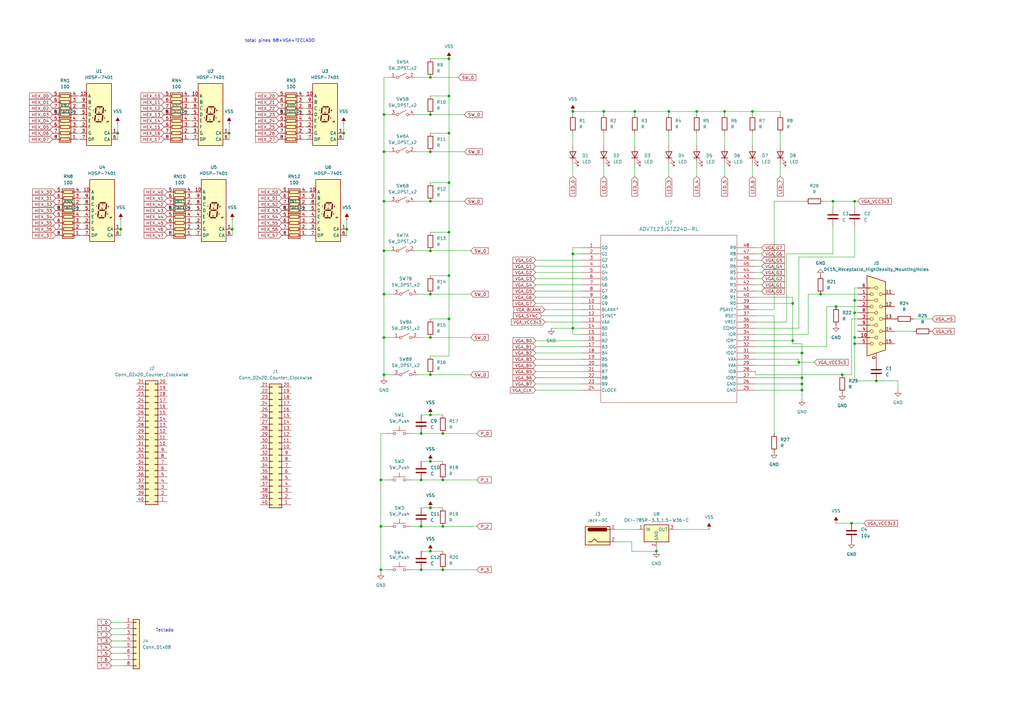
<source format=kicad_sch>
(kicad_sch (version 20231120) (generator "eeschema") (generator_version "8.0")
  (paper "A3")
  (junction (at 93.98 54.61))
  (junction (at 342.9 125.73))
  (junction (at 181.61 196.85))
  (junction (at 176.53 31.75))
  (junction (at 172.72 215.9))
  (junction (at 181.61 177.8))
  (junction (at 234.95 45.72))
  (junction (at 350.52 138.43))
  (junction (at 184.15 113.03))
  (junction (at 181.61 215.9))
  (junction (at 172.72 196.85))
  (junction (at 172.72 233.68))
  (junction (at 184.15 54.61))
  (junction (at 247.65 45.72))
  (junction (at 269.24 226.06))
  (junction (at 350.52 123.19))
  (junction (at 176.53 170.18))
  (junction (at 297.18 45.72))
  (junction (at 172.72 177.8))
  (junction (at 336.55 120.65))
  (junction (at 341.63 82.55))
  (junction (at 345.44 153.67))
  (junction (at 184.15 74.93))
  (junction (at 176.53 82.55))
  (junction (at 184.15 95.25))
  (junction (at 260.35 45.72))
  (junction (at 181.61 233.68))
  (junction (at 327.66 148.59))
  (junction (at 176.53 62.23))
  (junction (at 176.53 226.06))
  (junction (at 157.48 46.99))
  (junction (at 176.53 208.28))
  (junction (at 350.52 82.55))
  (junction (at 325.12 124.46))
  (junction (at 184.15 39.37))
  (junction (at 142.24 93.98))
  (junction (at 49.53 93.98))
  (junction (at 325.12 139.7))
  (junction (at 350.52 128.27))
  (junction (at 95.25 93.98))
  (junction (at 328.93 157.48))
  (junction (at 328.93 154.94))
  (junction (at 157.48 62.23))
  (junction (at 157.48 120.65))
  (junction (at 157.48 82.55))
  (junction (at 328.93 160.02))
  (junction (at 176.53 46.99))
  (junction (at 156.21 215.9))
  (junction (at 234.95 134.62))
  (junction (at 176.53 120.65))
  (junction (at 184.15 24.13))
  (junction (at 328.93 144.78))
  (junction (at 157.48 138.43))
  (junction (at 156.21 233.68))
  (junction (at 359.41 156.21))
  (junction (at 176.53 189.23))
  (junction (at 308.61 45.72))
  (junction (at 184.15 130.81))
  (junction (at 349.25 214.63))
  (junction (at 176.53 138.43))
  (junction (at 48.26 54.61))
  (junction (at 176.53 102.87))
  (junction (at 157.48 102.87))
  (junction (at 285.75 45.72))
  (junction (at 274.32 45.72))
  (junction (at 234.95 104.14))
  (junction (at 350.52 140.97))
  (junction (at 156.21 196.85))
  (junction (at 176.53 153.67))
  (junction (at 157.48 153.67))
  (junction (at 140.97 54.61))
  (wire (pts (xy 140.97 54.61) (xy 140.97 57.15)))
  (wire (pts (xy 309.88 142.24) (xy 339.09 142.24)))
  (wire (pts (xy 31.75 41.91) (xy 33.02 41.91)))
  (wire (pts (xy 309.88 119.38) (xy 312.42 119.38)))
  (wire (pts (xy 78.74 78.74) (xy 80.01 78.74)))
  (wire (pts (xy 172.72 170.18) (xy 176.53 170.18)))
  (wire (pts (xy 156.21 233.68) (xy 158.75 233.68)))
  (wire (pts (xy 219.71 116.84) (xy 238.76 116.84)))
  (wire (pts (xy 48.26 54.61) (xy 48.26 57.15)))
  (wire (pts (xy 77.47 41.91) (xy 78.74 41.91)))
  (wire (pts (xy 170.18 82.55) (xy 176.53 82.55)))
  (wire (pts (xy 78.74 83.82) (xy 80.01 83.82)))
  (wire (pts (xy 156.21 196.85) (xy 158.75 196.85)))
  (wire (pts (xy 184.15 39.37) (xy 184.15 54.61)))
  (wire (pts (xy 327.66 148.59) (xy 334.01 148.59)))
  (wire (pts (xy 157.48 62.23) (xy 160.02 62.23)))
  (wire (pts (xy 368.3 156.21) (xy 368.3 160.02)))
  (wire (pts (xy 325.12 140.97) (xy 328.93 140.97)))
  (wire (pts (xy 168.91 177.8) (xy 172.72 177.8)))
  (wire (pts (xy 219.71 119.38) (xy 238.76 119.38)))
  (wire (pts (xy 309.88 149.86) (xy 327.66 149.86)))
  (wire (pts (xy 45.72 260.35) (xy 50.8 260.35)))
  (wire (pts (xy 223.52 127) (xy 238.76 127)))
  (wire (pts (xy 317.5 129.54) (xy 317.5 177.8)))
  (wire (pts (xy 184.15 24.13) (xy 184.15 39.37)))
  (wire (pts (xy 78.74 88.9) (xy 80.01 88.9)))
  (wire (pts (xy 309.88 132.08) (xy 322.58 132.08)))
  (wire (pts (xy 33.02 96.52) (xy 34.29 96.52)))
  (wire (pts (xy 350.52 140.97) (xy 350.52 138.43)))
  (wire (pts (xy 234.95 101.6) (xy 238.76 101.6)))
  (wire (pts (xy 317.5 82.55) (xy 330.2 82.55)))
  (wire (pts (xy 327.66 147.32) (xy 327.66 148.59)))
  (wire (pts (xy 184.15 113.03) (xy 184.15 130.81)))
  (wire (pts (xy 176.53 113.03) (xy 184.15 113.03)))
  (wire (pts (xy 309.88 116.84) (xy 312.42 116.84)))
  (wire (pts (xy 125.73 91.44) (xy 127 91.44)))
  (wire (pts (xy 125.73 81.28) (xy 127 81.28)))
  (wire (pts (xy 331.47 120.65) (xy 336.55 120.65)))
  (wire (pts (xy 259.08 222.25) (xy 259.08 226.06)))
  (wire (pts (xy 285.75 54.61) (xy 285.75 59.69)))
  (wire (pts (xy 219.71 152.4) (xy 238.76 152.4)))
  (wire (pts (xy 259.08 226.06) (xy 269.24 226.06)))
  (wire (pts (xy 77.47 57.15) (xy 78.74 57.15)))
  (wire (pts (xy 157.48 82.55) (xy 157.48 62.23)))
  (wire (pts (xy 168.91 196.85) (xy 172.72 196.85)))
  (wire (pts (xy 48.26 50.8) (xy 48.26 54.61)))
  (wire (pts (xy 309.88 160.02) (xy 328.93 160.02)))
  (wire (pts (xy 171.45 120.65) (xy 176.53 120.65)))
  (wire (pts (xy 45.72 265.43) (xy 50.8 265.43)))
  (wire (pts (xy 274.32 45.72) (xy 274.32 46.99)))
  (wire (pts (xy 350.52 105.41) (xy 350.52 92.71)))
  (wire (pts (xy 45.72 267.97) (xy 50.8 267.97)))
  (wire (pts (xy 325.12 139.7) (xy 325.12 140.97)))
  (wire (pts (xy 33.02 81.28) (xy 34.29 81.28)))
  (wire (pts (xy 247.65 45.72) (xy 260.35 45.72)))
  (wire (pts (xy 269.24 226.06) (xy 269.24 224.79)))
  (wire (pts (xy 171.45 153.67) (xy 176.53 153.67)))
  (wire (pts (xy 33.02 88.9) (xy 34.29 88.9)))
  (wire (pts (xy 320.04 67.31) (xy 320.04 72.39)))
  (wire (pts (xy 260.35 54.61) (xy 260.35 59.69)))
  (wire (pts (xy 184.15 130.81) (xy 184.15 146.05)))
  (wire (pts (xy 181.61 233.68) (xy 195.58 233.68)))
  (wire (pts (xy 31.75 46.99) (xy 33.02 46.99)))
  (wire (pts (xy 349.25 153.67) (xy 349.25 130.81)))
  (wire (pts (xy 234.95 104.14) (xy 234.95 101.6)))
  (wire (pts (xy 339.09 125.73) (xy 342.9 125.73)))
  (wire (pts (xy 309.88 121.92) (xy 325.12 121.92)))
  (wire (pts (xy 156.21 215.9) (xy 158.75 215.9)))
  (wire (pts (xy 124.46 54.61) (xy 125.73 54.61)))
  (wire (pts (xy 124.46 46.99) (xy 125.73 46.99)))
  (wire (pts (xy 156.21 234.95) (xy 156.21 233.68)))
  (wire (pts (xy 95.25 93.98) (xy 95.25 96.52)))
  (wire (pts (xy 31.75 49.53) (xy 33.02 49.53)))
  (wire (pts (xy 93.98 54.61) (xy 93.98 57.15)))
  (wire (pts (xy 45.72 270.51) (xy 50.8 270.51)))
  (wire (pts (xy 234.95 104.14) (xy 238.76 104.14)))
  (wire (pts (xy 309.88 101.6) (xy 312.42 101.6)))
  (wire (pts (xy 341.63 82.55) (xy 337.82 82.55)))
  (wire (pts (xy 78.74 91.44) (xy 80.01 91.44)))
  (wire (pts (xy 234.95 134.62) (xy 238.76 134.62)))
  (wire (pts (xy 297.18 54.61) (xy 297.18 59.69)))
  (wire (pts (xy 219.71 160.02) (xy 238.76 160.02)))
  (wire (pts (xy 124.46 44.45) (xy 125.73 44.45)))
  (wire (pts (xy 140.97 50.8) (xy 140.97 54.61)))
  (wire (pts (xy 172.72 177.8) (xy 181.61 177.8)))
  (wire (pts (xy 309.88 154.94) (xy 328.93 154.94)))
  (wire (pts (xy 78.74 86.36) (xy 80.01 86.36)))
  (wire (pts (xy 45.72 273.05) (xy 50.8 273.05)))
  (wire (pts (xy 219.71 147.32) (xy 238.76 147.32)))
  (wire (pts (xy 317.5 127) (xy 309.88 127)))
  (wire (pts (xy 77.47 39.37) (xy 78.74 39.37)))
  (wire (pts (xy 309.88 104.14) (xy 312.42 104.14)))
  (wire (pts (xy 157.48 120.65) (xy 161.29 120.65)))
  (wire (pts (xy 78.74 93.98) (xy 80.01 93.98)))
  (wire (pts (xy 222.25 129.54) (xy 238.76 129.54)))
  (wire (pts (xy 297.18 67.31) (xy 297.18 72.39)))
  (wire (pts (xy 31.75 39.37) (xy 33.02 39.37)))
  (wire (pts (xy 285.75 45.72) (xy 285.75 46.99)))
  (wire (pts (xy 234.95 134.62) (xy 234.95 137.16)))
  (wire (pts (xy 77.47 46.99) (xy 78.74 46.99)))
  (wire (pts (xy 219.71 124.46) (xy 238.76 124.46)))
  (wire (pts (xy 350.52 128.27) (xy 350.52 123.19)))
  (wire (pts (xy 219.71 114.3) (xy 238.76 114.3)))
  (wire (pts (xy 308.61 54.61) (xy 308.61 59.69)))
  (wire (pts (xy 234.95 137.16) (xy 238.76 137.16)))
  (wire (pts (xy 33.02 86.36) (xy 34.29 86.36)))
  (wire (pts (xy 181.61 196.85) (xy 195.58 196.85)))
  (wire (pts (xy 327.66 105.41) (xy 350.52 105.41)))
  (wire (pts (xy 309.88 106.68) (xy 312.42 106.68)))
  (wire (pts (xy 176.53 95.25) (xy 184.15 95.25)))
  (wire (pts (xy 309.88 157.48) (xy 328.93 157.48)))
  (wire (pts (xy 367.03 135.89) (xy 374.65 135.89)))
  (wire (pts (xy 168.91 215.9) (xy 172.72 215.9)))
  (wire (pts (xy 157.48 154.94) (xy 157.48 153.67)))
  (wire (pts (xy 125.73 93.98) (xy 127 93.98)))
  (wire (pts (xy 171.45 138.43) (xy 176.53 138.43)))
  (wire (pts (xy 219.71 139.7) (xy 238.76 139.7)))
  (wire (pts (xy 93.98 50.8) (xy 93.98 54.61)))
  (wire (pts (xy 156.21 196.85) (xy 156.21 177.8)))
  (wire (pts (xy 176.53 24.13) (xy 184.15 24.13)))
  (wire (pts (xy 142.24 93.98) (xy 142.24 96.52)))
  (wire (pts (xy 339.09 142.24) (xy 339.09 125.73)))
  (wire (pts (xy 157.48 138.43) (xy 157.48 120.65)))
  (wire (pts (xy 341.63 104.14) (xy 341.63 92.71)))
  (wire (pts (xy 349.25 130.81) (xy 351.79 130.81)))
  (wire (pts (xy 172.72 189.23) (xy 176.53 189.23)))
  (wire (pts (xy 234.95 45.72) (xy 234.95 46.99)))
  (wire (pts (xy 124.46 49.53) (xy 125.73 49.53)))
  (wire (pts (xy 170.18 62.23) (xy 176.53 62.23)))
  (wire (pts (xy 219.71 111.76) (xy 238.76 111.76)))
  (wire (pts (xy 350.52 82.55) (xy 350.52 85.09)))
  (wire (pts (xy 327.66 105.41) (xy 327.66 134.62)))
  (wire (pts (xy 247.65 45.72) (xy 247.65 46.99)))
  (wire (pts (xy 317.5 82.55) (xy 317.5 127)))
  (wire (pts (xy 309.88 137.16) (xy 331.47 137.16)))
  (wire (pts (xy 157.48 62.23) (xy 157.48 46.99)))
  (wire (pts (xy 176.53 82.55) (xy 190.5 82.55)))
  (wire (pts (xy 327.66 149.86) (xy 327.66 148.59)))
  (wire (pts (xy 124.46 41.91) (xy 125.73 41.91)))
  (wire (pts (xy 309.88 139.7) (xy 325.12 139.7)))
  (wire (pts (xy 77.47 52.07) (xy 78.74 52.07)))
  (wire (pts (xy 325.12 124.46) (xy 325.12 139.7)))
  (wire (pts (xy 156.21 177.8) (xy 158.75 177.8)))
  (wire (pts (xy 309.88 129.54) (xy 317.5 129.54)))
  (wire (pts (xy 176.53 189.23) (xy 181.61 189.23)))
  (wire (pts (xy 350.52 82.55) (xy 351.79 82.55)))
  (wire (pts (xy 325.12 121.92) (xy 325.12 124.46)))
  (wire (pts (xy 309.88 152.4) (xy 309.88 153.67)))
  (wire (pts (xy 309.88 124.46) (xy 325.12 124.46)))
  (wire (pts (xy 328.93 154.94) (xy 328.93 157.48)))
  (wire (pts (xy 45.72 257.81) (xy 50.8 257.81)))
  (wire (pts (xy 328.93 140.97) (xy 328.93 144.78)))
  (wire (pts (xy 247.65 54.61) (xy 247.65 59.69)))
  (wire (pts (xy 350.52 123.19) (xy 351.79 123.19)))
  (wire (pts (xy 276.86 217.17) (xy 290.83 217.17)))
  (wire (pts (xy 350.52 123.19) (xy 350.52 118.11)))
  (wire (pts (xy 184.15 54.61) (xy 184.15 74.93)))
  (wire (pts (xy 320.04 45.72) (xy 320.04 46.99)))
  (wire (pts (xy 156.21 233.68) (xy 156.21 215.9)))
  (wire (pts (xy 77.47 54.61) (xy 78.74 54.61)))
  (wire (pts (xy 176.53 54.61) (xy 184.15 54.61)))
  (wire (pts (xy 328.93 144.78) (xy 328.93 154.94)))
  (wire (pts (xy 320.04 54.61) (xy 320.04 59.69)))
  (wire (pts (xy 234.95 45.72) (xy 247.65 45.72)))
  (wire (pts (xy 350.52 138.43) (xy 350.52 128.27)))
  (wire (pts (xy 308.61 45.72) (xy 308.61 46.99)))
  (wire (pts (xy 33.02 78.74) (xy 34.29 78.74)))
  (wire (pts (xy 124.46 52.07) (xy 125.73 52.07)))
  (wire (pts (xy 176.53 138.43) (xy 193.04 138.43)))
  (wire (pts (xy 252.73 217.17) (xy 261.62 217.17)))
  (wire (pts (xy 219.71 149.86) (xy 238.76 149.86)))
  (wire (pts (xy 168.91 233.68) (xy 172.72 233.68)))
  (wire (pts (xy 368.3 156.21) (xy 359.41 156.21)))
  (wire (pts (xy 223.52 132.08) (xy 238.76 132.08)))
  (wire (pts (xy 156.21 215.9) (xy 156.21 196.85)))
  (wire (pts (xy 274.32 54.61) (xy 274.32 59.69)))
  (wire (pts (xy 219.71 157.48) (xy 238.76 157.48)))
  (wire (pts (xy 33.02 83.82) (xy 34.29 83.82)))
  (wire (pts (xy 226.06 134.62) (xy 234.95 134.62)))
  (wire (pts (xy 309.88 153.67) (xy 345.44 153.67)))
  (wire (pts (xy 351.79 140.97) (xy 350.52 140.97)))
  (wire (pts (xy 308.61 67.31) (xy 308.61 72.39)))
  (wire (pts (xy 342.9 214.63) (xy 349.25 214.63)))
  (wire (pts (xy 31.75 57.15) (xy 33.02 57.15)))
  (wire (pts (xy 350.52 140.97) (xy 350.52 156.21)))
  (wire (pts (xy 142.24 90.17) (xy 142.24 93.98)))
  (wire (pts (xy 219.71 142.24) (xy 238.76 142.24)))
  (wire (pts (xy 309.88 147.32) (xy 327.66 147.32)))
  (wire (pts (xy 274.32 45.72) (xy 285.75 45.72)))
  (wire (pts (xy 285.75 67.31) (xy 285.75 72.39)))
  (wire (pts (xy 252.73 222.25) (xy 259.08 222.25)))
  (wire (pts (xy 322.58 104.14) (xy 322.58 132.08)))
  (wire (pts (xy 297.18 45.72) (xy 308.61 45.72)))
  (wire (pts (xy 274.32 67.31) (xy 274.32 72.39)))
  (wire (pts (xy 33.02 91.44) (xy 34.29 91.44)))
  (wire (pts (xy 184.15 146.05) (xy 176.53 146.05)))
  (wire (pts (xy 170.18 31.75) (xy 176.53 31.75)))
  (wire (pts (xy 176.53 208.28) (xy 181.61 208.28)))
  (wire (pts (xy 157.48 102.87) (xy 160.02 102.87)))
  (wire (pts (xy 157.48 46.99) (xy 157.48 31.75)))
  (wire (pts (xy 157.48 153.67) (xy 157.48 138.43)))
  (wire (pts (xy 172.72 196.85) (xy 181.61 196.85)))
  (wire (pts (xy 172.72 215.9) (xy 181.61 215.9)))
  (wire (pts (xy 172.72 226.06) (xy 176.53 226.06)))
  (wire (pts (xy 125.73 83.82) (xy 127 83.82)))
  (wire (pts (xy 297.18 45.72) (xy 297.18 46.99)))
  (wire (pts (xy 181.61 215.9) (xy 195.58 215.9)))
  (wire (pts (xy 219.71 109.22) (xy 238.76 109.22)))
  (wire (pts (xy 31.75 44.45) (xy 33.02 44.45)))
  (wire (pts (xy 309.88 144.78) (xy 328.93 144.78)))
  (wire (pts (xy 309.88 114.3) (xy 312.42 114.3)))
  (wire (pts (xy 309.88 109.22) (xy 312.42 109.22)))
  (wire (pts (xy 176.53 226.06) (xy 181.61 226.06)))
  (wire (pts (xy 350.52 138.43) (xy 351.79 138.43)))
  (wire (pts (xy 234.95 67.31) (xy 234.95 72.39)))
  (wire (pts (xy 124.46 57.15) (xy 125.73 57.15)))
  (wire (pts (xy 77.47 49.53) (xy 78.74 49.53)))
  (wire (pts (xy 219.71 144.78) (xy 238.76 144.78)))
  (wire (pts (xy 124.46 39.37) (xy 125.73 39.37)))
  (wire (pts (xy 219.71 154.94) (xy 238.76 154.94)))
  (wire (pts (xy 172.72 208.28) (xy 176.53 208.28)))
  (wire (pts (xy 45.72 262.89) (xy 50.8 262.89)))
  (wire (pts (xy 157.48 46.99) (xy 160.02 46.99)))
  (wire (pts (xy 31.75 54.61) (xy 33.02 54.61)))
  (wire (pts (xy 350.52 118.11) (xy 351.79 118.11)))
  (wire (pts (xy 125.73 78.74) (xy 127 78.74)))
  (wire (pts (xy 234.95 54.61) (xy 234.95 59.69)))
  (wire (pts (xy 322.58 104.14) (xy 341.63 104.14)))
  (wire (pts (xy 157.48 102.87) (xy 157.48 82.55)))
  (wire (pts (xy 33.02 93.98) (xy 34.29 93.98)))
  (wire (pts (xy 374.65 130.81) (xy 382.27 130.81)))
  (wire (pts (xy 157.48 138.43) (xy 161.29 138.43)))
  (wire (pts (xy 184.15 95.25) (xy 184.15 113.03)))
  (wire (pts (xy 341.63 85.09) (xy 341.63 82.55)))
  (wire (pts (xy 176.53 46.99) (xy 190.5 46.99)))
  (wire (pts (xy 176.53 170.18) (xy 181.61 170.18)))
  (wire (pts (xy 176.53 31.75) (xy 187.96 31.75)))
  (wire (pts (xy 78.74 96.52) (xy 80.01 96.52)))
  (wire (pts (xy 176.53 102.87) (xy 193.04 102.87)))
  (wire (pts (xy 31.75 52.07) (xy 33.02 52.07)))
  (wire (pts (xy 157.48 82.55) (xy 160.02 82.55)))
  (wire (pts (xy 125.73 86.36) (xy 127 86.36)))
  (wire (pts (xy 176.53 62.23) (xy 190.5 62.23)))
  (wire (pts (xy 219.71 121.92) (xy 238.76 121.92)))
  (wire (pts (xy 219.71 106.68) (xy 238.76 106.68)))
  (wire (pts (xy 157.48 31.75) (xy 160.02 31.75)))
  (wire (pts (xy 328.93 160.02) (xy 328.93 163.83)))
  (wire (pts (xy 95.25 90.17) (xy 95.25 93.98)))
  (wire (pts (xy 260.35 45.72) (xy 260.35 46.99)))
  (wire (pts (xy 176.53 120.65) (xy 193.04 120.65)))
  (wire (pts (xy 157.48 120.65) (xy 157.48 102.87)))
  (wire (pts (xy 170.18 102.87) (xy 176.53 102.87)))
  (wire (pts (xy 184.15 74.93) (xy 184.15 95.25)))
  (wire (pts (xy 345.44 153.67) (xy 349.25 153.67)))
  (wire (pts (xy 125.73 96.52) (xy 127 96.52)))
  (wire (pts (xy 308.61 45.72) (xy 320.04 45.72)))
  (wire (pts (xy 157.48 153.67) (xy 161.29 153.67)))
  (wire (pts (xy 260.35 45.72) (xy 274.32 45.72)))
  (wire (pts (xy 350.52 128.27) (xy 351.79 128.27)))
  (wire (pts (xy 247.65 67.31) (xy 247.65 72.39)))
  (wire (pts (xy 349.25 214.63) (xy 354.33 214.63)))
  (wire (pts (xy 77.47 44.45) (xy 78.74 44.45)))
  (wire (pts (xy 260.35 67.31) (xy 260.35 72.39)))
  (wire (pts (xy 181.61 177.8) (xy 195.58 177.8)))
  (wire (pts (xy 336.55 120.65) (xy 351.79 120.65)))
  (wire (pts (xy 49.53 93.98) (xy 49.53 96.52)))
  (wire (pts (xy 78.74 81.28) (xy 80.01 81.28)))
  (wire (pts (xy 309.88 134.62) (xy 327.66 134.62)))
  (wire (pts (xy 331.47 137.16) (xy 331.47 120.65)))
  (wire (pts (xy 176.53 130.81) (xy 184.15 130.81)))
  (wire (pts (xy 234.95 134.62) (xy 234.95 104.14)))
  (wire (pts (xy 328.93 157.48) (xy 328.93 160.02)))
  (wire (pts (xy 172.72 233.68) (xy 181.61 233.68)))
  (wire (pts (xy 285.75 45.72) (xy 297.18 45.72)))
  (wire (pts (xy 125.73 88.9) (xy 127 88.9)))
  (wire (pts (xy 176.53 153.67) (xy 193.04 153.67)))
  (wire (pts (xy 359.41 156.21) (xy 350.52 156.21)))
  (wire (pts (xy 49.53 90.17) (xy 49.53 93.98)))
  (wire (pts (xy 341.63 82.55) (xy 350.52 82.55)))
  (wire (pts (xy 176.53 74.93) (xy 184.15 74.93)))
  (wire (pts (xy 309.88 111.76) (xy 312.42 111.76)))
  (wire (pts (xy 170.18 46.99) (xy 176.53 46.99)))
  (wire (pts (xy 342.9 125.73) (xy 351.79 125.73)))
  (wire (pts (xy 176.53 39.37) (xy 184.15 39.37)))
  (wire (pts (xy 45.72 255.27) (xy 50.8 255.27)))
  (text "Teclado\n" (at 67.564 258.572 0) (effects (font (size 1.27 1.27))))
  (text "total pines 68+VGA+TECLADO" (at 114.808 16.764 0) (effects (font (size 1.27 1.27))))
  (global_label "SW_0" (shape input) (at 190.5 46.99 0) (property "Intersheetrefs" "${INTERSHEET_REFS}" (effects (hide yes))))
  (global_label "HEX_57" (shape input) (at 115.57 96.52 180) (property "Intersheetrefs" "${INTERSHEET_REFS}" (effects (hide yes))))
  (global_label "VGA_VCC3v3" (shape input) (at 334.01 148.59 0) (property "Intersheetrefs" "${INTERSHEET_REFS}" (effects (hide yes))))
  (global_label "HEX_06" (shape input) (at 21.59 54.61 180) (property "Intersheetrefs" "${INTERSHEET_REFS}" (effects (hide yes))))
  (global_label "VGA_G5" (shape input) (at 219.71 119.38 180) (property "Intersheetrefs" "${INTERSHEET_REFS}" (effects (hide yes))))
  (global_label "VGA_CLK" (shape input) (at 219.71 160.02 180) (property "Intersheetrefs" "${INTERSHEET_REFS}" (effects (hide yes))))
  (global_label "VGA_HS" (shape input) (at 382.27 130.81 0) (property "Intersheetrefs" "${INTERSHEET_REFS}" (effects (hide yes))))
  (global_label "T_4" (shape input) (at 45.72 265.43 180) (property "Intersheetrefs" "${INTERSHEET_REFS}" (effects (hide yes))))
  (global_label "HEX_32" (shape input) (at 22.86 83.82 180) (property "Intersheetrefs" "${INTERSHEET_REFS}" (effects (hide yes))))
  (global_label "SW_0" (shape input) (at 193.04 138.43 0) (property "Intersheetrefs" "${INTERSHEET_REFS}" (effects (hide yes))))
  (global_label "HEX_52" (shape input) (at 115.57 83.82 180) (property "Intersheetrefs" "${INTERSHEET_REFS}" (effects (hide yes))))
  (global_label "VGA_VCC3v3" (shape input) (at 351.79 82.55 0) (property "Intersheetrefs" "${INTERSHEET_REFS}" (effects (hide yes))))
  (global_label "HEX_30" (shape input) (at 22.86 78.74 180) (property "Intersheetrefs" "${INTERSHEET_REFS}" (effects (hide yes))))
  (global_label "SW_0" (shape input) (at 190.5 62.23 0) (property "Intersheetrefs" "${INTERSHEET_REFS}" (effects (hide yes))))
  (global_label "HEX_00" (shape input) (at 21.59 39.37 180) (property "Intersheetrefs" "${INTERSHEET_REFS}" (effects (hide yes))))
  (global_label "VGA_G2" (shape input) (at 219.71 111.76 180) (property "Intersheetrefs" "${INTERSHEET_REFS}" (effects (hide yes))))
  (global_label "HEX_22" (shape input) (at 114.3 44.45 180) (property "Intersheetrefs" "${INTERSHEET_REFS}" (effects (hide yes))))
  (global_label "LED_5" (shape input) (at 297.18 72.39 270) (property "Intersheetrefs" "${INTERSHEET_REFS}" (effects (hide yes))))
  (global_label "VGA_B4" (shape input) (at 219.71 149.86 180) (property "Intersheetrefs" "${INTERSHEET_REFS}" (effects (hide yes))))
  (global_label "HEX_34" (shape input) (at 22.86 88.9 180) (property "Intersheetrefs" "${INTERSHEET_REFS}" (effects (hide yes))))
  (global_label "HEX_10" (shape input) (at 67.31 39.37 180) (property "Intersheetrefs" "${INTERSHEET_REFS}" (effects (hide yes))))
  (global_label "HEX_36" (shape input) (at 22.86 93.98 180) (property "Intersheetrefs" "${INTERSHEET_REFS}" (effects (hide yes))))
  (global_label "HEX_55" (shape input) (at 115.57 91.44 180) (property "Intersheetrefs" "${INTERSHEET_REFS}" (effects (hide yes))))
  (global_label "HEX_47" (shape input) (at 68.58 96.52 180) (property "Intersheetrefs" "${INTERSHEET_REFS}" (effects (hide yes))))
  (global_label "HEX_16" (shape input) (at 67.31 54.61 180) (property "Intersheetrefs" "${INTERSHEET_REFS}" (effects (hide yes))))
  (global_label "HEX_40" (shape input) (at 68.58 78.74 180) (property "Intersheetrefs" "${INTERSHEET_REFS}" (effects (hide yes))))
  (global_label "HEX_50" (shape input) (at 115.57 78.74 180) (property "Intersheetrefs" "${INTERSHEET_REFS}" (effects (hide yes))))
  (global_label "HEX_54" (shape input) (at 115.57 88.9 180) (property "Intersheetrefs" "${INTERSHEET_REFS}" (effects (hide yes))))
  (global_label "LED_2" (shape input) (at 260.35 72.39 270) (property "Intersheetrefs" "${INTERSHEET_REFS}" (effects (hide yes))))
  (global_label "HEX_14" (shape input) (at 67.31 49.53 180) (property "Intersheetrefs" "${INTERSHEET_REFS}" (effects (hide yes))))
  (global_label "HEX_35" (shape input) (at 22.86 91.44 180) (property "Intersheetrefs" "${INTERSHEET_REFS}" (effects (hide yes))))
  (global_label "HEX_02" (shape input) (at 21.59 44.45 180) (property "Intersheetrefs" "${INTERSHEET_REFS}" (effects (hide yes))))
  (global_label "VGA_G1" (shape input) (at 219.71 109.22 180) (property "Intersheetrefs" "${INTERSHEET_REFS}" (effects (hide yes))))
  (global_label "HEX_42" (shape input) (at 68.58 83.82 180) (property "Intersheetrefs" "${INTERSHEET_REFS}" (effects (hide yes))))
  (global_label "P_0" (shape input) (at 195.58 177.8 0) (property "Intersheetrefs" "${INTERSHEET_REFS}" (effects (hide yes))))
  (global_label "HEX_41" (shape input) (at 68.58 81.28 180) (property "Intersheetrefs" "${INTERSHEET_REFS}" (effects (hide yes))))
  (global_label "HEX_51" (shape input) (at 115.57 81.28 180) (property "Intersheetrefs" "${INTERSHEET_REFS}" (effects (hide yes))))
  (global_label "VGA_G3" (shape input) (at 219.71 114.3 180) (property "Intersheetrefs" "${INTERSHEET_REFS}" (effects (hide yes))))
  (global_label "VGA_B7" (shape input) (at 219.71 157.48 180) (property "Intersheetrefs" "${INTERSHEET_REFS}" (effects (hide yes))))
  (global_label "HEX_44" (shape input) (at 68.58 88.9 180) (property "Intersheetrefs" "${INTERSHEET_REFS}" (effects (hide yes))))
  (global_label "LED_1" (shape input) (at 247.65 72.39 270) (property "Intersheetrefs" "${INTERSHEET_REFS}" (effects (hide yes))))
  (global_label "VGA_VS" (shape input) (at 382.27 135.89 0) (property "Intersheetrefs" "${INTERSHEET_REFS}" (effects (hide yes))))
  (global_label "HEX_31" (shape input) (at 22.86 81.28 180) (property "Intersheetrefs" "${INTERSHEET_REFS}" (effects (hide yes))))
  (global_label "VGA_B2" (shape input) (at 219.71 144.78 180) (property "Intersheetrefs" "${INTERSHEET_REFS}" (effects (hide yes))))
  (global_label "VGA_B6" (shape input) (at 219.71 154.94 180) (property "Intersheetrefs" "${INTERSHEET_REFS}" (effects (hide yes))))
  (global_label "HEX_56" (shape input) (at 115.57 93.98 180) (property "Intersheetrefs" "${INTERSHEET_REFS}" (effects (hide yes))))
  (global_label "T_6" (shape input) (at 45.72 270.51 180) (property "Intersheetrefs" "${INTERSHEET_REFS}" (effects (hide yes))))
  (global_label "VGA_VCC3v3" (shape input) (at 223.52 132.08 180) (property "Intersheetrefs" "${INTERSHEET_REFS}" (effects (hide yes))))
  (global_label "VGA_G4" (shape input) (at 312.42 109.22 0) (property "Intersheetrefs" "${INTERSHEET_REFS}" (effects (hide yes))))
  (global_label "HEX_33" (shape input) (at 22.86 86.36 180) (property "Intersheetrefs" "${INTERSHEET_REFS}" (effects (hide yes))))
  (global_label "HEX_24" (shape input) (at 114.3 49.53 180) (property "Intersheetrefs" "${INTERSHEET_REFS}" (effects (hide yes))))
  (global_label "VGA_G0" (shape input) (at 219.71 106.68 180) (property "Intersheetrefs" "${INTERSHEET_REFS}" (effects (hide yes))))
  (global_label "HEX_53" (shape input) (at 115.57 86.36 180) (property "Intersheetrefs" "${INTERSHEET_REFS}" (effects (hide yes))))
  (global_label "HEX_27" (shape input) (at 114.3 57.15 180) (property "Intersheetrefs" "${INTERSHEET_REFS}" (effects (hide yes))))
  (global_label "HEX_11" (shape input) (at 67.31 41.91 180) (property "Intersheetrefs" "${INTERSHEET_REFS}" (effects (hide yes))))
  (global_label "P_2" (shape input) (at 195.58 215.9 0) (property "Intersheetrefs" "${INTERSHEET_REFS}" (effects (hide yes))))
  (global_label "HEX_45" (shape input) (at 68.58 91.44 180) (property "Intersheetrefs" "${INTERSHEET_REFS}" (effects (hide yes))))
  (global_label "P_1" (shape input) (at 195.58 196.85 0) (property "Intersheetrefs" "${INTERSHEET_REFS}" (effects (hide yes))))
  (global_label "VGA_G7" (shape input) (at 312.42 101.6 0) (property "Intersheetrefs" "${INTERSHEET_REFS}" (effects (hide yes))))
  (global_label "HEX_37" (shape input) (at 22.86 96.52 180) (property "Intersheetrefs" "${INTERSHEET_REFS}" (effects (hide yes))))
  (global_label "VGA_G3" (shape input) (at 312.42 111.76 0) (property "Intersheetrefs" "${INTERSHEET_REFS}" (effects (hide yes))))
  (global_label "HEX_05" (shape input) (at 21.59 52.07 180) (property "Intersheetrefs" "${INTERSHEET_REFS}" (effects (hide yes))))
  (global_label "VGA_B3" (shape input) (at 219.71 147.32 180) (property "Intersheetrefs" "${INTERSHEET_REFS}" (effects (hide yes))))
  (global_label "VGA_G4" (shape input) (at 219.71 116.84 180) (property "Intersheetrefs" "${INTERSHEET_REFS}" (effects (hide yes))))
  (global_label "T_2" (shape input) (at 45.72 260.35 180) (property "Intersheetrefs" "${INTERSHEET_REFS}" (effects (hide yes))))
  (global_label "LED_7" (shape input) (at 320.04 72.39 270) (property "Intersheetrefs" "${INTERSHEET_REFS}" (effects (hide yes))))
  (global_label "HEX_15" (shape input) (at 67.31 52.07 180) (property "Intersheetrefs" "${INTERSHEET_REFS}" (effects (hide yes))))
  (global_label "HEX_07" (shape input) (at 21.59 57.15 180) (property "Intersheetrefs" "${INTERSHEET_REFS}" (effects (hide yes))))
  (global_label "HEX_01" (shape input) (at 21.59 41.91 180) (property "Intersheetrefs" "${INTERSHEET_REFS}" (effects (hide yes))))
  (global_label "T_7" (shape input) (at 45.72 273.05 180) (property "Intersheetrefs" "${INTERSHEET_REFS}" (effects (hide yes))))
  (global_label "HEX_20" (shape input) (at 114.3 39.37 180) (property "Intersheetrefs" "${INTERSHEET_REFS}" (effects (hide yes))))
  (global_label "HEX_13" (shape input) (at 67.31 46.99 180) (property "Intersheetrefs" "${INTERSHEET_REFS}" (effects (hide yes))))
  (global_label "VGA_B0" (shape input) (at 219.71 139.7 180) (property "Intersheetrefs" "${INTERSHEET_REFS}" (effects (hide yes))))
  (global_label "T_1" (shape input) (at 45.72 257.81 180) (property "Intersheetrefs" "${INTERSHEET_REFS}" (effects (hide yes))))
  (global_label "LED_3" (shape input) (at 274.32 72.39 270) (property "Intersheetrefs" "${INTERSHEET_REFS}" (effects (hide yes))))
  (global_label "VGA_G0" (shape input) (at 312.42 119.38 0) (property "Intersheetrefs" "${INTERSHEET_REFS}" (effects (hide yes))))
  (global_label "SW_0" (shape input) (at 190.5 82.55 0) (property "Intersheetrefs" "${INTERSHEET_REFS}" (effects (hide yes))))
  (global_label "P_3" (shape input) (at 195.58 233.68 0) (property "Intersheetrefs" "${INTERSHEET_REFS}" (effects (hide yes))))
  (global_label "VGA_G6" (shape input) (at 312.42 104.14 0) (property "Intersheetrefs" "${INTERSHEET_REFS}" (effects (hide yes))))
  (global_label "VGA_SYNC" (shape input) (at 222.25 129.54 180) (property "Intersheetrefs" "${INTERSHEET_REFS}" (effects (hide yes))))
  (global_label "VGA_B1" (shape input) (at 219.71 142.24 180) (property "Intersheetrefs" "${INTERSHEET_REFS}" (effects (hide yes))))
  (global_label "LED_6" (shape input) (at 308.61 72.39 270) (property "Intersheetrefs" "${INTERSHEET_REFS}" (effects (hide yes))))
  (global_label "VGA_VCC3v3" (shape input) (at 354.33 214.63 0) (property "Intersheetrefs" "${INTERSHEET_REFS}" (effects (hide yes))))
  (global_label "SW_0" (shape input) (at 193.04 153.67 0) (property "Intersheetrefs" "${INTERSHEET_REFS}" (effects (hide yes))))
  (global_label "VGA_BLANK" (shape input) (at 223.52 127 180) (property "Intersheetrefs" "${INTERSHEET_REFS}" (effects (hide yes))))
  (global_label "VGA_G2" (shape input) (at 312.42 114.3 0) (property "Intersheetrefs" "${INTERSHEET_REFS}" (effects (hide yes))))
  (global_label "VGA_G5" (shape input) (at 312.42 106.68 0) (property "Intersheetrefs" "${INTERSHEET_REFS}" (effects (hide yes))))
  (global_label "VGA_G7" (shape input) (at 219.71 124.46 180) (property "Intersheetrefs" "${INTERSHEET_REFS}" (effects (hide yes))))
  (global_label "T_5" (shape input) (at 45.72 267.97 180) (property "Intersheetrefs" "${INTERSHEET_REFS}" (effects (hide yes))))
  (global_label "HEX_12" (shape input) (at 67.31 44.45 180) (property "Intersheetrefs" "${INTERSHEET_REFS}" (effects (hide yes))))
  (global_label "SW_0" (shape input) (at 193.04 120.65 0) (property "Intersheetrefs" "${INTERSHEET_REFS}" (effects (hide yes))))
  (global_label "HEX_04" (shape input) (at 21.59 49.53 180) (property "Intersheetrefs" "${INTERSHEET_REFS}" (effects (hide yes))))
  (global_label "VGA_G1" (shape input) (at 312.42 116.84 0) (property "Intersheetrefs" "${INTERSHEET_REFS}" (effects (hide yes))))
  (global_label "HEX_25" (shape input) (at 114.3 52.07 180) (property "Intersheetrefs" "${INTERSHEET_REFS}" (effects (hide yes))))
  (global_label "T_3" (shape input) (at 45.72 262.89 180) (property "Intersheetrefs" "${INTERSHEET_REFS}" (effects (hide yes))))
  (global_label "VGA_B5" (shape input) (at 219.71 152.4 180) (property "Intersheetrefs" "${INTERSHEET_REFS}" (effects (hide yes))))
  (global_label "HEX_17" (shape input) (at 67.31 57.15 180) (property "Intersheetrefs" "${INTERSHEET_REFS}" (effects (hide yes))))
  (global_label "VGA_G6" (shape input) (at 219.71 121.92 180) (property "Intersheetrefs" "${INTERSHEET_REFS}" (effects (hide yes))))
  (global_label "HEX_46" (shape input) (at 68.58 93.98 180) (property "Intersheetrefs" "${INTERSHEET_REFS}" (effects (hide yes))))
  (global_label "LED_4" (shape input) (at 285.75 72.39 270) (property "Intersheetrefs" "${INTERSHEET_REFS}" (effects (hide yes))))
  (global_label "SW_0" (shape input) (at 193.04 102.87 0) (property "Intersheetrefs" "${INTERSHEET_REFS}" (effects (hide yes))))
  (global_label "T_0" (shape input) (at 45.72 255.27 180) (property "Intersheetrefs" "${INTERSHEET_REFS}" (effects (hide yes))))
  (global_label "LED_0" (shape input) (at 234.95 72.39 270) (property "Intersheetrefs" "${INTERSHEET_REFS}" (effects (hide yes))))
  (global_label "HEX_03" (shape input) (at 21.59 46.99 180) (property "Intersheetrefs" "${INTERSHEET_REFS}" (effects (hide yes))))
  (global_label "HEX_21" (shape input) (at 114.3 41.91 180) (property "Intersheetrefs" "${INTERSHEET_REFS}" (effects (hide yes))))
  (global_label "HEX_26" (shape input) (at 114.3 54.61 180) (property "Intersheetrefs" "${INTERSHEET_REFS}" (effects (hide yes))))
  (global_label "HEX_43" (shape input) (at 68.58 86.36 180) (property "Intersheetrefs" "${INTERSHEET_REFS}" (effects (hide yes))))
  (global_label "SW_0" (shape input) (at 187.96 31.75 0) (property "Intersheetrefs" "${INTERSHEET_REFS}" (effects (hide yes))))
  (global_label "HEX_23" (shape input) (at 114.3 46.99 180) (property "Intersheetrefs" "${INTERSHEET_REFS}" (effects (hide yes))))
  (symbol (lib_id "Device:C") (at 359.41 152.4 0) (unit 1)
    (property "Reference" "C1" (at 363.22 151.1299 0) (effects (justify left)))
    (property "Value" "C" (at 363.22 153.6699 0) (effects (justify left)))
    (property "Description" "Unpolarized capacitor" (effects (hide yes)))
  )
  (symbol (lib_id "Device:R") (at 370.84 130.81 90) (unit 1)
    (property "Reference" "R24" (at 370.84 124.46 90))
    (property "Value" "R" (at 370.84 127 90))
    (property "Description" "Resistor" (effects (hide yes)))
  )
  (symbol (lib_id "Device:R") (at 176.53 99.06 0) (unit 1)
    (property "Reference" "R13" (at 179.07 97.7899 0) (effects (justify left)))
    (property "Value" "R" (at 179.07 100.3299 0) (effects (justify left)))
    (property "Description" "Resistor" (effects (hide yes)))
  )
  (symbol (lib_id "Device:C") (at 172.72 229.87 0) (unit 1)
    (property "Reference" "C12" (at 176.53 228.5999 0) (effects (justify left)))
    (property "Value" "C" (at 176.53 231.1399 0) (effects (justify left)))
    (property "Description" "Unpolarized capacitor" (effects (hide yes)))
  )
  (symbol (lib_id "Device:R_Pack04") (at 73.66 91.44 90) (unit 1)
    (property "Reference" "RN11" (at 73.66 82.55 90))
    (property "Value" "R_Pack04" (at 73.66 85.09 90))
    (property "Description" "4 resistor network, parallel topology" (effects (hide yes)))
  )
  (symbol (lib_id "power:VSS") (at 176.53 226.06 0) (unit 1)
    (property "Reference" "#PWR013" (effects (hide yes)))
    (property "Value" "VSS" (at 176.53 220.98 0))
    (property "Description" "Power symbol creates a global label with name \"VSS\"" (effects (hide yes)))
  )
  (symbol (lib_id "Device:R_Pack04") (at 26.67 41.91 90) (unit 1)
    (property "Reference" "RN1" (at 26.67 33.02 90))
    (property "Value" "100" (at 26.67 35.56 90))
    (property "Description" "4 resistor network, parallel topology" (effects (hide yes)))
  )
  (symbol (lib_id "Connector:DE15_Receptacle_HighDensity_MountingHoles") (at 359.41 130.81 0) (unit 1)
    (property "Reference" "J5" (at 359.41 107.95 0))
    (property "Value" "DE15_Receptacle_HighDensity_MountingHoles" (at 359.41 110.49 0))
    (property "Datasheet" " ~" (effects (hide yes)))
    (property "Description" "15-pin female receptacle socket D-SUB connector, High density (3 columns), Triple Row, Generic, VGA-connector, Mounting Hole" (effects (hide yes)))
  )
  (symbol (lib_id "Switch:SW_Push") (at 163.83 233.68 0) (unit 1)
    (property "Reference" "SW4" (at 163.576 226.568 0))
    (property "Value" "SW_Push" (at 163.83 228.6 0))
    (property "Description" "Push button switch, generic, two pins" (effects (hide yes)))
  )
  (symbol (lib_id "Device:LED") (at 260.35 63.5 90) (unit 1)
    (property "Reference" "D3" (at 264.16 63.8174 90) (effects (justify right)))
    (property "Value" "LED" (at 264.16 66.3574 90) (effects (justify right)))
    (property "Description" "Light emitting diode" (effects (hide yes)))
  )
  (symbol (lib_id "Connector_Generic:Conn_01x08") (at 55.88 262.89 0) (unit 1)
    (property "Reference" "J4" (at 58.42 262.8899 0) (effects (justify left)))
    (property "Value" "Conn_01x08" (at 58.42 265.4299 0) (effects (justify left)))
    (property "Description" "Generic connector, single row, 01x08, script generated (kicad-library-utils/schlib/autogen/connector/)" (effects (hide yes)))
  )
  (symbol (lib_id "Switch:SW_DPST_x2") (at 166.37 153.67 0) (unit 2)
    (property "Reference" "SW8" (at 166.37 147.32 0))
    (property "Value" "SW_DPST_x2" (at 166.37 149.86 0))
    (property "Description" "Single Pole Single Throw (SPST) switch, separate symbol" (effects (hide yes)))
  )
  (symbol (lib_id "power:VSS") (at 95.25 90.17 0) (unit 1)
    (property "Reference" "#PWR06" (effects (hide yes)))
    (property "Value" "VSS" (at 95.25 85.09 0))
    (property "Description" "Power symbol creates a global label with name \"VSS\"" (effects (hide yes)))
  )
  (symbol (lib_id "Converter_DCDC:OKI-78SR-3.3_1.5-W36-C") (at 269.24 217.17 0) (unit 1)
    (property "Reference" "U8" (at 269.24 210.82 0))
    (property "Value" "OKI-78SR-3.3_1.5-W36-C" (at 269.24 213.36 0))
    (property "Footprint" "Converter_DCDC:Converter_DCDC_Murata_OKI-78SR_Vertical" (effects (hide yes)))
    (property "Datasheet" "https://power.murata.com/data/power/oki-78sr.pdf" (effects (hide yes)))
    (property "Description" "1.5A Step-Down DC/DC-Regulator, 7-36V input, 3.3V fixed Output Voltage, LM78xx replacement, -40°C to +85°C, OKI-78SR_Vertical" (effects (hide yes)))
  )
  (symbol (lib_id "power:VSS") (at 234.95 45.72 0) (unit 1)
    (property "Reference" "#PWR02" (effects (hide yes)))
    (property "Value" "VSS" (at 234.95 40.64 0))
    (property "Description" "Power symbol creates a global label with name \"VSS\"" (effects (hide yes)))
  )
  (symbol (lib_id "power:VSS") (at 140.97 50.8 0) (unit 1)
    (property "Reference" "#PWR04" (effects (hide yes)))
    (property "Value" "VSS" (at 140.97 45.72 0))
    (property "Description" "Power symbol creates a global label with name \"VSS\"" (effects (hide yes)))
  )
  (symbol (lib_id "power:GND") (at 157.48 154.94 0) (unit 1)
    (property "Reference" "#PWR014" (effects (hide yes)))
    (property "Value" "GND" (at 157.48 160.02 0))
    (property "Description" "Power symbol creates a global label with name \"GND\" , ground" (effects (hide yes)))
  )
  (symbol (lib_id "Device:LED") (at 285.75 63.5 90) (unit 1)
    (property "Reference" "D5" (at 289.56 63.8174 90) (effects (justify right)))
    (property "Value" "LED" (at 289.56 66.3574 90) (effects (justify right)))
    (property "Description" "Light emitting diode" (effects (hide yes)))
  )
  (symbol (lib_id "power:VSS") (at 176.53 208.28 0) (unit 1)
    (property "Reference" "#PWR012" (effects (hide yes)))
    (property "Value" "VSS" (at 176.53 203.2 0))
    (property "Description" "Power symbol creates a global label with name \"VSS\"" (effects (hide yes)))
  )
  (symbol (lib_id "Device:LED") (at 274.32 63.5 90) (unit 1)
    (property "Reference" "D4" (at 278.13 63.8174 90) (effects (justify right)))
    (property "Value" "LED" (at 278.13 66.3574 90) (effects (justify right)))
    (property "Description" "Light emitting diode" (effects (hide yes)))
  )
  (symbol (lib_id "Display_Character:HDSP-7401") (at 134.62 86.36 0) (unit 1)
    (property "Reference" "U6" (at 134.62 68.58 0))
    (property "Value" "HDSP-7401" (at 134.62 71.12 0))
    (property "Footprint" "Display_7Segment:HDSP-7401" (effects (hide yes)))
    (property "Datasheet" "https://docs.broadcom.com/docs/AV02-2553EN" (effects (hide yes)))
    (property "Description" "One digit 7 segment yellow, common anode" (effects (hide yes)))
  )
  (symbol (lib_id "Display_Character:HDSP-7401") (at 133.35 46.99 0) (unit 1)
    (property "Reference" "U3" (at 133.35 29.21 0))
    (property "Value" "HDSP-7401" (at 133.35 31.75 0))
    (property "Footprint" "Display_7Segment:HDSP-7401" (effects (hide yes)))
    (property "Datasheet" "https://docs.broadcom.com/docs/AV02-2553EN" (effects (hide yes)))
    (property "Description" "One digit 7 segment yellow, common anode" (effects (hide yes)))
  )
  (symbol (lib_id "Display_Character:HDSP-7401") (at 40.64 46.99 0) (unit 1)
    (property "Reference" "U1" (at 40.64 29.21 0))
    (property "Value" "HDSP-7401" (at 40.64 31.75 0))
    (property "Footprint" "Display_7Segment:HDSP-7401" (effects (hide yes)))
    (property "Datasheet" "https://docs.broadcom.com/docs/AV02-2553EN" (effects (hide yes)))
    (property "Description" "One digit 7 segment yellow, common anode" (effects (hide yes)))
  )
  (symbol (lib_id "power:VSS") (at 176.53 170.18 0) (unit 1)
    (property "Reference" "#PWR010" (effects (hide yes)))
    (property "Value" "VSS" (at 176.53 165.1 0))
    (property "Description" "Power symbol creates a global label with name \"VSS\"" (effects (hide yes)))
  )
  (symbol (lib_id "Switch:SW_Push") (at 163.83 215.9 0) (unit 1)
    (property "Reference" "SW3" (at 163.83 208.28 0))
    (property "Value" "SW_Push" (at 163.83 210.82 0))
    (property "Description" "Push button switch, generic, two pins" (effects (hide yes)))
  )
  (symbol (lib_id "power:GND") (at 349.25 222.25 0) (unit 1)
    (property "Reference" "#PWR024" (effects (hide yes)))
    (property "Value" "GND" (at 349.25 227.33 0))
    (property "Description" "Power symbol creates a global label with name \"GND\" , ground" (effects (hide yes)))
  )
  (symbol (lib_id "Device:R") (at 274.32 50.8 0) (unit 1)
    (property "Reference" "R4" (at 276.86 49.5299 0) (effects (justify left)))
    (property "Value" "R" (at 276.86 52.0699 0) (effects (justify left)))
    (property "Description" "Resistor" (effects (hide yes)))
  )
  (symbol (lib_id "Device:R") (at 176.53 58.42 0) (unit 1)
    (property "Reference" "R11" (at 179.07 57.1499 0) (effects (justify left)))
    (property "Value" "R" (at 179.07 59.6899 0) (effects (justify left)))
    (property "Description" "Resistor" (effects (hide yes)))
  )
  (symbol (lib_id "Device:R_Pack04") (at 72.39 41.91 90) (unit 1)
    (property "Reference" "RN4" (at 72.39 33.02 90))
    (property "Value" "100" (at 72.39 35.56 90))
    (property "Description" "4 resistor network, parallel topology" (effects (hide yes)))
  )
  (symbol (lib_id "Device:R_Pack04") (at 119.38 52.07 90) (unit 1)
    (property "Reference" "RN6" (at 119.38 43.18 90))
    (property "Value" "R_Pack04" (at 119.38 45.72 90))
    (property "Description" "4 resistor network, parallel topology" (effects (hide yes)))
  )
  (symbol (lib_id "Device:R") (at 176.53 116.84 0) (unit 1)
    (property "Reference" "R14" (at 179.07 115.5699 0) (effects (justify left)))
    (property "Value" "R" (at 179.07 118.1099 0) (effects (justify left)))
    (property "Description" "Resistor" (effects (hide yes)))
  )
  (symbol (lib_id "Switch:SW_DPST_x2") (at 165.1 82.55 0) (unit 2)
    (property "Reference" "SW6" (at 165.1 76.2 0))
    (property "Value" "SW_DPST_x2" (at 165.1 78.74 0))
    (property "Description" "Single Pole Single Throw (SPST) switch, separate symbol" (effects (hide yes)))
  )
  (symbol (lib_id "Device:C") (at 350.52 88.9 0) (unit 1)
    (property "Reference" "C2" (at 354.33 87.6299 0) (effects (justify left)))
    (property "Value" "C" (at 354.33 90.1699 0) (effects (justify left)))
    (property "Description" "Unpolarized capacitor" (effects (hide yes)))
  )
  (symbol (lib_id "Device:R") (at 320.04 50.8 0) (unit 1)
    (property "Reference" "R8" (at 322.58 49.5299 0) (effects (justify left)))
    (property "Value" "R" (at 322.58 52.0699 0) (effects (justify left)))
    (property "Description" "Resistor" (effects (hide yes)))
  )
  (symbol (lib_id "power:VSS") (at 184.15 24.13 0) (unit 1)
    (property "Reference" "#PWR01" (effects (hide yes)))
    (property "Value" "VSS" (at 184.15 19.05 0))
    (property "Description" "Power symbol creates a global label with name \"VSS\"" (effects (hide yes)))
  )
  (symbol (lib_id "Device:R_Pack04") (at 27.94 81.28 90) (unit 1)
    (property "Reference" "RN8" (at 27.94 72.39 90))
    (property "Value" "100" (at 27.94 74.93 90))
    (property "Description" "4 resistor network, parallel topology" (effects (hide yes)))
  )
  (symbol (lib_id "Device:R") (at 334.01 82.55 90) (unit 1)
    (property "Reference" "R26" (at 334.01 76.2 90))
    (property "Value" "R" (at 334.01 78.74 90))
    (property "Description" "Resistor" (effects (hide yes)))
  )
  (symbol (lib_id "Device:R") (at 285.75 50.8 0) (unit 1)
    (property "Reference" "R5" (at 288.29 49.5299 0) (effects (justify left)))
    (property "Value" "R" (at 288.29 52.0699 0) (effects (justify left)))
    (property "Description" "Resistor" (effects (hide yes)))
  )
  (symbol (lib_id "power:VSS") (at 290.83 217.17 0) (unit 1)
    (property "Reference" "#PWR023" (effects (hide yes)))
    (property "Value" "VSS" (at 290.83 212.09 0))
    (property "Description" "Power symbol creates a global label with name \"VSS\"" (effects (hide yes)))
  )
  (symbol (lib_id "Device:R") (at 176.53 27.94 0) (unit 1)
    (property "Reference" "R9" (at 179.07 26.6699 0) (effects (justify left)))
    (property "Value" "R" (at 179.07 29.2099 0) (effects (justify left)))
    (property "Description" "Resistor" (effects (hide yes)))
  )
  (symbol (lib_id "Device:R") (at 176.53 43.18 0) (unit 1)
    (property "Reference" "R10" (at 179.07 41.9099 0) (effects (justify left)))
    (property "Value" "R" (at 179.07 44.4499 0) (effects (justify left)))
    (property "Description" "Resistor" (effects (hide yes)))
  )
  (symbol (lib_id "Display_Character:HDSP-7401") (at 86.36 46.99 0) (unit 1)
    (property "Reference" "U2" (at 86.36 29.21 0))
    (property "Value" "HDSP-7401" (at 86.36 31.75 0))
    (property "Footprint" "Display_7Segment:HDSP-7401" (effects (hide yes)))
    (property "Datasheet" "https://docs.broadcom.com/docs/AV02-2553EN" (effects (hide yes)))
    (property "Description" "One digit 7 segment yellow, common anode" (effects (hide yes)))
  )
  (symbol (lib_id "power:GND") (at 368.3 160.02 0) (unit 1)
    (property "Reference" "#PWR020" (effects (hide yes)))
    (property "Value" "GND" (at 368.3 165.1 0))
    (property "Description" "Power symbol creates a global label with name \"GND\" , ground" (effects (hide yes)))
  )
  (symbol (lib_id "power:VSS") (at 342.9 214.63 0) (unit 1)
    (property "Reference" "#PWR025" (effects (hide yes)))
    (property "Value" "VSS" (at 342.9 209.55 0))
    (property "Description" "Power symbol creates a global label with name \"VSS\"" (effects (hide yes)))
  )
  (symbol (lib_id "Device:R") (at 181.61 173.99 0) (unit 1)
    (property "Reference" "R17" (at 184.15 172.7199 0) (effects (justify left)))
    (property "Value" "R" (at 184.15 175.2599 0) (effects (justify left)))
    (property "Description" "Resistor" (effects (hide yes)))
  )
  (symbol (lib_id "Device:R_Pack04") (at 120.65 91.44 90) (unit 1)
    (property "Reference" "RN13" (at 120.65 82.55 90))
    (property "Value" "R_Pack04" (at 120.65 85.09 90))
    (property "Description" "4 resistor network, parallel topology" (effects (hide yes)))
  )
  (symbol (lib_id "Connector:Jack-DC") (at 245.11 219.71 0) (unit 1)
    (property "Reference" "J3" (at 245.11 210.82 0))
    (property "Value" "Jack-DC" (at 245.11 213.36 0))
    (property "Description" "DC Barrel Jack" (effects (hide yes)))
  )
  (symbol (lib_id "Switch:SW_DPST_x2") (at 165.1 62.23 0) (unit 1)
    (property "Reference" "SW6" (at 165.1 55.88 0))
    (property "Value" "SW_DPST_x2" (at 165.1 58.42 0))
    (property "Description" "Single Pole Single Throw (SPST) switch, separate symbol" (effects (hide yes)))
  )
  (symbol (lib_id "Switch:SW_DPST_x2") (at 166.37 120.65 0) (unit 2)
    (property "Reference" "SW7" (at 166.37 114.3 0))
    (property "Value" "SW_DPST_x2" (at 166.37 116.84 0))
    (property "Description" "Single Pole Single Throw (SPST) switch, separate symbol" (effects (hide yes)))
  )
  (symbol (lib_id "Switch:SW_DPST_x2") (at 165.1 46.99 0) (unit 2)
    (property "Reference" "SW5" (at 165.1 40.64 0))
    (property "Value" "SW_DPST_x2" (at 165.1 43.18 0))
    (property "Description" "Single Pole Single Throw (SPST) switch, separate symbol" (effects (hide yes)))
  )
  (symbol (lib_id "Device:R") (at 176.53 134.62 0) (unit 1)
    (property "Reference" "R15" (at 179.07 133.3499 0) (effects (justify left)))
    (property "Value" "R" (at 179.07 135.8899 0) (effects (justify left)))
    (property "Description" "Resistor" (effects (hide yes)))
  )
  (symbol (lib_id "Device:R") (at 342.9 129.54 0) (unit 1)
    (property "Reference" "R22" (at 345.44 128.2699 0) (effects (justify left)))
    (property "Value" "R" (at 345.44 130.8099 0) (effects (justify left)))
    (property "Description" "Resistor" (effects (hide yes)))
  )
  (symbol (lib_id "Switch:SW_DPST_x2") (at 166.37 138.43 0) (unit 1)
    (property "Reference" "SW8" (at 166.37 132.08 0))
    (property "Value" "SW_DPST_x2" (at 166.37 134.62 0))
    (property "Description" "Single Pole Single Throw (SPST) switch, separate symbol" (effects (hide yes)))
  )
  (symbol (lib_id "Device:R") (at 176.53 78.74 0) (unit 1)
    (property "Reference" "R12" (at 179.07 77.4699 0) (effects (justify left)))
    (property "Value" "R" (at 179.07 80.0099 0) (effects (justify left)))
    (property "Description" "Resistor" (effects (hide yes)))
  )
  (symbol (lib_id "Device:R") (at 247.65 50.8 0) (unit 1)
    (property "Reference" "R2" (at 250.19 49.5299 0) (effects (justify left)))
    (property "Value" "R" (at 250.19 52.0699 0) (effects (justify left)))
    (property "Description" "Resistor" (effects (hide yes)))
  )
  (symbol (lib_id "Device:R_Pack04") (at 119.38 41.91 90) (unit 1)
    (property "Reference" "RN3" (at 119.38 33.02 90))
    (property "Value" "100" (at 119.38 35.56 90))
    (property "Description" "4 resistor network, parallel topology" (effects (hide yes)))
  )
  (symbol (lib_id "Device:C") (at 172.72 212.09 0) (unit 1)
    (property "Reference" "C11" (at 176.53 210.8199 0) (effects (justify left)))
    (property "Value" "C" (at 176.53 213.3599 0) (effects (justify left)))
    (property "Description" "Unpolarized capacitor" (effects (hide yes)))
  )
  (symbol (lib_id "Device:C") (at 172.72 173.99 0) (unit 1)
    (property "Reference" "C9" (at 176.53 172.7199 0) (effects (justify left)))
    (property "Value" "C" (at 176.53 175.2599 0) (effects (justify left)))
    (property "Description" "Unpolarized capacitor" (effects (hide yes)))
  )
  (symbol (lib_id "Device:R") (at 308.61 50.8 0) (unit 1)
    (property "Reference" "R7" (at 311.15 49.5299 0) (effects (justify left)))
    (property "Value" "R" (at 311.15 52.0699 0) (effects (justify left)))
    (property "Description" "Resistor" (effects (hide yes)))
  )
  (symbol (lib_id "power:GND") (at 317.5 185.42 0) (unit 1)
    (property "Reference" "#PWR021" (effects (hide yes)))
    (property "Value" "GND" (at 317.5 190.5 0))
    (property "Description" "Power symbol creates a global label with name \"GND\" , ground" (effects (hide yes)))
  )
  (symbol (lib_id "power:VSS") (at 48.26 50.8 0) (unit 1)
    (property "Reference" "#PWR016" (effects (hide yes)))
    (property "Value" "VSS" (at 48.26 45.72 0))
    (property "Description" "Power symbol creates a global label with name \"VSS\"" (effects (hide yes)))
  )
  (symbol (lib_id "Device:R_Pack04") (at 27.94 91.44 90) (unit 1)
    (property "Reference" "RN9" (at 27.94 82.55 90))
    (property "Value" "R_Pack04" (at 27.94 85.09 90))
    (property "Description" "4 resistor network, parallel topology" (effects (hide yes)))
  )
  (symbol (lib_id "Connector_Generic:Conn_02x20_Counter_Clockwise") (at 63.5 182.88 180) (unit 1)
    (property "Reference" "J2" (at 62.23 151.13 0))
    (property "Value" "Conn_02x20_Counter_Clockwise" (at 62.23 153.67 0))
    (property "Description" "Generic connector, double row, 02x20, counter clockwise pin numbering scheme (similar to DIP package numbering), script generated (kicad-library-utils/schlib/autogen/connector/)" (effects (hide yes)))
  )
  (symbol (lib_id "Device:LED") (at 247.65 63.5 90) (unit 1)
    (property "Reference" "D2" (at 251.46 63.8174 90) (effects (justify right)))
    (property "Value" "LED" (at 251.46 66.3574 90) (effects (justify right)))
    (property "Description" "Light emitting diode" (effects (hide yes)))
  )
  (symbol (lib_id "power:GND") (at 342.9 133.35 0) (unit 1)
    (property "Reference" "#PWR018" (effects (hide yes)))
    (property "Value" "GND" (at 342.9 138.43 0))
    (property "Description" "Power symbol creates a global label with name \"GND\" , ground" (effects (hide yes)))
  )
  (symbol (lib_id "Device:R") (at 181.61 193.04 0) (unit 1)
    (property "Reference" "R18" (at 184.15 191.7699 0) (effects (justify left)))
    (property "Value" "R" (at 184.15 194.3099 0) (effects (justify left)))
    (property "Description" "Resistor" (effects (hide yes)))
  )
  (symbol (lib_id "power:GND") (at 156.21 234.95 0) (unit 1)
    (property "Reference" "#PWR015" (effects (hide yes)))
    (property "Value" "GND" (at 156.21 240.03 0))
    (property "Description" "Power symbol creates a global label with name \"GND\" , ground" (effects (hide yes)))
  )
  (symbol (lib_id "Device:R") (at 345.44 157.48 0) (unit 1)
    (property "Reference" "R23" (at 347.98 156.2099 0) (effects (justify left)))
    (property "Value" "R" (at 347.98 158.7499 0) (effects (justify left)))
    (property "Description" "Resistor" (effects (hide yes)))
  )
  (symbol (lib_id "power:VSS") (at 142.24 90.17 0) (unit 1)
    (property "Reference" "#PWR07" (effects (hide yes)))
    (property "Value" "VSS" (at 142.24 85.09 0))
    (property "Description" "Power symbol creates a global label with name \"VSS\"" (effects (hide yes)))
  )
  (symbol (lib_id "Display_Character:HDSP-7401") (at 87.63 86.36 0) (unit 1)
    (property "Reference" "U5" (at 87.63 68.58 0))
    (property "Value" "HDSP-7401" (at 87.63 71.12 0))
    (property "Footprint" "Display_7Segment:HDSP-7401" (effects (hide yes)))
    (property "Datasheet" "https://docs.broadcom.com/docs/AV02-2553EN" (effects (hide yes)))
    (property "Description" "One digit 7 segment yellow, common anode" (effects (hide yes)))
  )
  (symbol (lib_id "Device:LED") (at 297.18 63.5 90) (unit 1)
    (property "Reference" "D6" (at 300.99 63.8174 90) (effects (justify right)))
    (property "Value" "LED" (at 300.99 66.3574 90) (effects (justify right)))
    (property "Description" "Light emitting diode" (effects (hide yes)))
  )
  (symbol (lib_id "Device:R_Pack04") (at 26.67 52.07 90) (unit 1)
    (property "Reference" "RN2" (at 26.67 43.18 90))
    (property "Value" "R_Pack04" (at 26.67 45.72 90))
    (property "Description" "4 resistor network, parallel topology" (effects (hide yes)))
  )
  (symbol (lib_id "power:VSS") (at 49.53 90.17 0) (unit 1)
    (property "Reference" "#PWR05" (effects (hide yes)))
    (property "Value" "VSS" (at 49.53 85.09 0))
    (property "Description" "Power symbol creates a global label with name \"VSS\"" (effects (hide yes)))
  )
  (symbol (lib_id "Device:R") (at 336.55 116.84 0) (unit 1)
    (property "Reference" "R21" (at 339.09 115.5699 0) (effects (justify left)))
    (property "Value" "R" (at 339.09 118.1099 0) (effects (justify left)))
    (property "Description" "Resistor" (effects (hide yes)))
  )
  (symbol (lib_id "Device:R") (at 297.18 50.8 0) (unit 1)
    (property "Reference" "R6" (at 299.72 49.5299 0) (effects (justify left)))
    (property "Value" "R" (at 299.72 52.0699 0) (effects (justify left)))
    (property "Description" "Resistor" (effects (hide yes)))
  )
  (symbol (lib_id "Device:R_Pack04") (at 73.66 81.28 90) (unit 1)
    (property "Reference" "RN10" (at 73.66 72.39 90))
    (property "Value" "100" (at 73.66 74.93 90))
    (property "Description" "4 resistor network, parallel topology" (effects (hide yes)))
  )
  (symbol (lib_id "Switch:SW_Push") (at 163.83 177.8 0) (unit 1)
    (property "Reference" "SW1" (at 163.83 170.18 0))
    (property "Value" "SW_Push" (at 163.83 172.72 0))
    (property "Description" "Push button switch, generic, two pins" (effects (hide yes)))
  )
  (symbol (lib_id "ADC:ADV7123JSTZ240-RL") (at 238.76 101.6 0) (unit 1)
    (property "Reference" "U7" (at 274.32 91.44 0) (effects (font (size 1.524 1.524))))
    (property "Value" "ADV7123JSTZ240-RL" (at 274.32 93.98 0) (effects (font (size 1.524 1.524))))
    (property "Footprint" "ST_48_ADI" (effects (hide yes)))
    (property "Datasheet" "ADV7123JSTZ240-RL" (effects (hide yes)))
  )
  (symbol (lib_id "Device:R") (at 181.61 212.09 0) (unit 1)
    (property "Reference" "R19" (at 184.15 210.8199 0) (effects (justify left)))
    (property "Value" "R" (at 184.15 213.3599 0) (effects (justify left)))
    (property "Description" "Resistor" (effects (hide yes)))
  )
  (symbol (lib_id "Device:C") (at 341.63 88.9 0) (unit 1)
    (property "Reference" "C3" (at 345.44 87.6299 0) (effects (justify left)))
    (property "Value" "C" (at 345.44 90.1699 0) (effects (justify left)))
    (property "Description" "Unpolarized capacitor" (effects (hide yes)))
  )
  (symbol (lib_id "Device:LED") (at 234.95 63.5 90) (unit 1)
    (property "Reference" "D1" (at 238.76 63.8174 90) (effects (justify right)))
    (property "Value" "LED" (at 238.76 66.3574 90) (effects (justify right)))
    (property "Description" "Light emitting diode" (effects (hide yes)))
  )
  (symbol (lib_id "Device:R") (at 234.95 50.8 0) (unit 1)
    (property "Reference" "R1" (at 237.49 49.5299 0) (effects (justify left)))
    (property "Value" "R" (at 237.49 52.0699 0) (effects (justify left)))
    (property "Description" "Resistor" (effects (hide yes)))
  )
  (symbol (lib_id "Display_Character:HDSP-7401") (at 41.91 86.36 0) (unit 1)
    (property "Reference" "U4" (at 41.91 68.58 0))
    (property "Value" "HDSP-7401" (at 41.91 71.12 0))
    (property "Footprint" "Display_7Segment:HDSP-7401" (effects (hide yes)))
    (property "Datasheet" "https://docs.broadcom.com/docs/AV02-2553EN" (effects (hide yes)))
    (property "Description" "One digit 7 segment yellow, common anode" (effects (hide yes)))
  )
  (symbol (lib_id "Switch:SW_DPST_x2") (at 165.1 102.87 0) (unit 1)
    (property "Reference" "SW7" (at 165.1 96.52 0))
    (property "Value" "SW_DPST_x2" (at 165.1 99.06 0))
    (property "Description" "Single Pole Single Throw (SPST) switch, separate symbol" (effects (hide yes)))
  )
  (symbol (lib_id "power:GND") (at 328.93 163.83 0) (unit 1)
    (property "Reference" "#PWR09" (effects (hide yes)))
    (property "Value" "GND" (at 328.93 168.91 0))
    (property "Description" "Power symbol creates a global label with name \"GND\" , ground" (effects (hide yes)))
  )
  (symbol (lib_id "Device:R") (at 176.53 149.86 0) (unit 1)
    (property "Reference" "R16" (at 179.07 148.5899 0) (effects (justify left)))
    (property "Value" "R" (at 179.07 151.1299 0) (effects (justify left)))
    (property "Description" "Resistor" (effects (hide yes)))
  )
  (symbol (lib_id "power:GND") (at 226.06 134.62 0) (unit 1)
    (property "Reference" "#PWR08" (effects (hide yes)))
    (property "Value" "GND" (at 226.06 139.7 0))
    (property "Description" "Power symbol creates a global label with name \"GND\" , ground" (effects (hide yes)))
  )
  (symbol (lib_id "Device:LED") (at 320.04 63.5 90) (unit 1)
    (property "Reference" "D8" (at 323.85 63.8174 90) (effects (justify right)))
    (property "Value" "LED" (at 323.85 66.3574 90) (effects (justify right)))
    (property "Description" "Light emitting diode" (effects (hide yes)))
  )
  (symbol (lib_id "power:GND") (at 336.55 113.03 180) (unit 1)
    (property "Reference" "#PWR019" (effects (hide yes)))
    (property "Value" "GND" (at 336.55 107.95 0))
    (property "Description" "Power symbol creates a global label with name \"GND\" , ground" (effects (hide yes)))
  )
  (symbol (lib_id "power:VSS") (at 176.53 189.23 0) (unit 1)
    (property "Reference" "#PWR011" (effects (hide yes)))
    (property "Value" "VSS" (at 176.53 184.15 0))
    (property "Description" "Power symbol creates a global label with name \"VSS\"" (effects (hide yes)))
  )
  (symbol (lib_id "power:VSS") (at 93.98 50.8 0) (unit 1)
    (property "Reference" "#PWR03" (effects (hide yes)))
    (property "Value" "VSS" (at 93.98 45.72 0))
    (property "Description" "Power symbol creates a global label with name \"VSS\"" (effects (hide yes)))
  )
  (symbol (lib_id "power:GND") (at 345.44 161.29 0) (unit 1)
    (property "Reference" "#PWR017" (effects (hide yes)))
    (property "Value" "GND" (at 345.44 166.37 0))
    (property "Description" "Power symbol creates a global label with name \"GND\" , ground" (effects (hide yes)))
  )
  (symbol (lib_id "Device:R") (at 317.5 181.61 0) (unit 1)
    (property "Reference" "R27" (at 320.04 180.3399 0) (effects (justify left)))
    (property "Value" "R" (at 320.04 182.8799 0) (effects (justify left)))
    (property "Description" "Resistor" (effects (hide yes)))
  )
  (symbol (lib_id "Device:C") (at 349.25 218.44 0) (unit 1)
    (property "Reference" "C4" (at 353.06 217.1699 0) (effects (justify left)))
    (property "Value" "10u" (at 353.06 219.7099 0) (effects (justify left)))
    (property "Description" "Unpolarized capacitor" (effects (hide yes)))
  )
  (symbol (lib_id "Device:C") (at 172.72 193.04 0) (unit 1)
    (property "Reference" "C10" (at 176.53 191.7699 0) (effects (justify left)))
    (property "Value" "C" (at 176.53 194.3099 0) (effects (justify left)))
    (property "Description" "Unpolarized capacitor" (effects (hide yes)))
  )
  (symbol (lib_id "Device:R_Pack04") (at 120.65 81.28 90) (unit 1)
    (property "Reference" "RN12" (at 120.65 72.39 90))
    (property "Value" "100" (at 120.65 74.93 90))
    (property "Description" "4 resistor network, parallel topology" (effects (hide yes)))
  )
  (symbol (lib_id "Connector_Generic:Conn_02x20_Counter_Clockwise") (at 114.3 184.15 180) (unit 1)
    (property "Reference" "J1" (at 113.03 152.4 0))
    (property "Value" "Conn_02x20_Counter_Clockwise" (at 113.03 154.94 0))
    (property "Description" "Generic connector, double row, 02x20, counter clockwise pin numbering scheme (similar to DIP package numbering), script generated (kicad-library-utils/schlib/autogen/connector/)" (effects (hide yes)))
  )
  (symbol (lib_id "Device:LED") (at 308.61 63.5 90) (unit 1)
    (property "Reference" "D7" (at 312.42 63.8174 90) (effects (justify right)))
    (property "Value" "LED" (at 312.42 66.3574 90) (effects (justify right)))
    (property "Description" "Light emitting diode" (effects (hide yes)))
  )
  (symbol (lib_id "Switch:SW_Push") (at 163.83 196.85 0) (unit 1)
    (property "Reference" "SW2" (at 163.83 189.23 0))
    (property "Value" "SW_Push" (at 163.83 191.77 0))
    (property "Description" "Push button switch, generic, two pins" (effects (hide yes)))
  )
  (symbol (lib_id "Device:R") (at 260.35 50.8 0) (unit 1)
    (property "Reference" "R3" (at 262.89 49.5299 0) (effects (justify left)))
    (property "Value" "R" (at 262.89 52.0699 0) (effects (justify left)))
    (property "Description" "Resistor" (effects (hide yes)))
  )
  (symbol (lib_id "Switch:SW_DPST_x2") (at 165.1 31.75 0) (unit 1)
    (property "Reference" "SW5" (at 165.1 25.4 0))
    (property "Value" "SW_DPST_x2" (at 165.1 27.94 0))
    (property "Description" "Single Pole Single Throw (SPST) switch, separate symbol" (effects (hide yes)))
  )
  (symbol (lib_id "Device:R") (at 378.46 135.89 90) (unit 1)
    (property "Reference" "R25" (at 378.46 129.54 90))
    (property "Value" "R" (at 378.46 132.08 90))
    (property "Description" "Resistor" (effects (hide yes)))
  )
  (symbol (lib_id "Device:R") (at 181.61 229.87 0) (unit 1)
    (property "Reference" "R20" (at 184.15 228.5999 0) (effects (justify left)))
    (property "Value" "R" (at 184.15 231.1399 0) (effects (justify left)))
    (property "Description" "Resistor" (effects (hide yes)))
  )
  (symbol (lib_id "Device:R_Pack04") (at 72.39 52.07 90) (unit 1)
    (property "Reference" "RN5" (at 72.39 43.18 90))
    (property "Value" "R_Pack04" (at 72.39 45.72 90))
    (property "Description" "4 resistor network, parallel topology" (effects (hide yes)))
  )
  (symbol (lib_id "power:GND") (at 269.24 226.06 0) (unit 1)
    (property "Reference" "#PWR022" (effects (hide yes)))
    (property "Value" "GND" (at 269.24 231.14 0))
    (property "Description" "Power symbol creates a global label with name \"GND\" , ground" (effects (hide yes)))
  )
)
</source>
